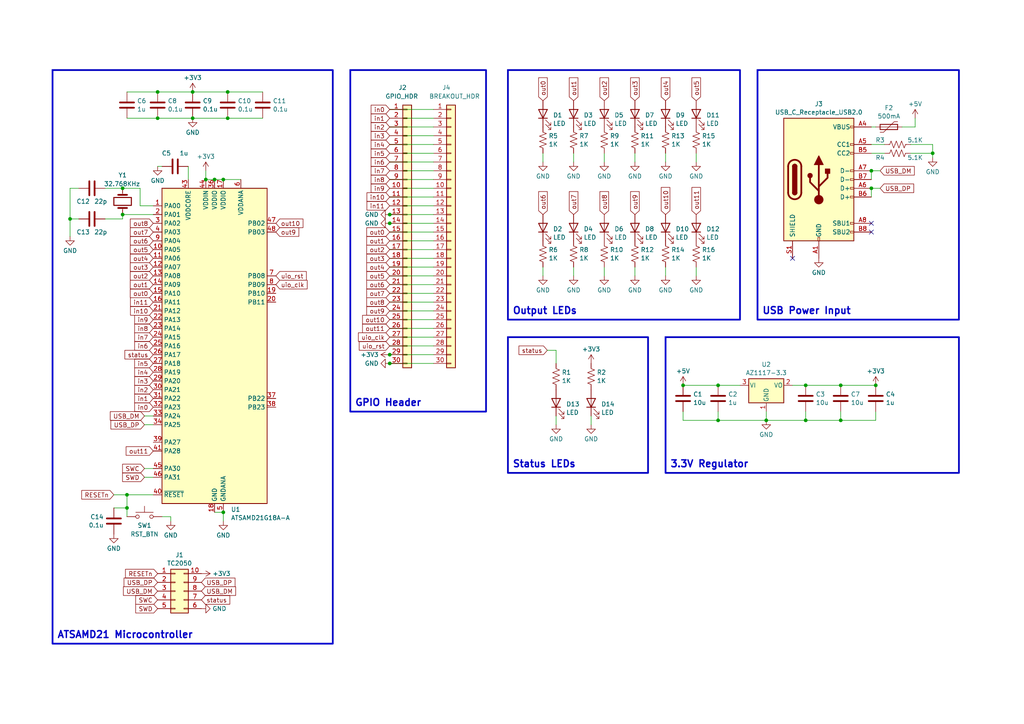
<source format=kicad_sch>
(kicad_sch (version 20230121) (generator eeschema)
  (paper "A4")
  (lib_symbols
    (symbol "Connector:USB_C_Receptacle_USB2.0" (pin_names (offset 1.016))
      (property "Reference" "J" (at -10.16 19.05 0))
      (property "Value" "USB_C_Receptacle_USB2.0" (at 19.05 19.05 0))
      (symbol "USB_C_Receptacle_USB2.0_1_1"
        (pin passive line (at 0 -22.86 90) (length 5.08) (name "GND") (number "A1"))
        (pin passive line (at 0 -22.86 90) (length 5.08) hide (name "GND") (number "A12"))
        (pin passive line (at 15.24 15.24 180) (length 5.08) (name "VBUS") (number "A4"))
        (pin bidirectional line (at 15.24 10.16 180) (length 5.08) (name "CC1") (number "A5"))
        (pin bidirectional line (at 15.24 -2.54 180) (length 5.08) (name "D+") (number "A6"))
        (pin bidirectional line (at 15.24 2.54 180) (length 5.08) (name "D-") (number "A7"))
        (pin bidirectional line (at 15.24 -12.7 180) (length 5.08) (name "SBU1") (number "A8"))
        (pin passive line (at 15.24 15.24 180) (length 5.08) hide (name "VBUS") (number "A9"))
        (pin passive line (at 0 -22.86 90) (length 5.08) hide (name "GND") (number "B1"))
        (pin passive line (at 0 -22.86 90) (length 5.08) hide (name "GND") (number "B12"))
        (pin passive line (at 15.24 15.24 180) (length 5.08) hide (name "VBUS") (number "B4"))
        (pin bidirectional line (at 15.24 7.62 180) (length 5.08) (name "CC2") (number "B5"))
        (pin bidirectional line (at 15.24 -5.08 180) (length 5.08) (name "D+") (number "B6"))
        (pin bidirectional line (at 15.24 0 180) (length 5.08) (name "D-") (number "B7"))
        (pin bidirectional line (at 15.24 -15.24 180) (length 5.08) (name "SBU2") (number "B8"))
        (pin passive line (at 15.24 15.24 180) (length 5.08) hide (name "VBUS") (number "B9"))
        (pin passive line (at -7.62 -22.86 90) (length 5.08) (name "SHIELD") (number "S1"))
      )
    )
    (symbol "Connector_Generic:Conn_01x30" (pin_names (offset 1.016) hide)
      (property "Reference" "J" (at 0 38.1 0))
      (property "Value" "Conn_01x30" (at 0 -40.64 0))
      (symbol "Conn_01x30_1_1"
        (pin passive line (at -5.08 35.56 0) (length 3.81) (name "Pin_1") (number "1"))
        (pin passive line (at -5.08 12.7 0) (length 3.81) (name "Pin_10") (number "10"))
        (pin passive line (at -5.08 10.16 0) (length 3.81) (name "Pin_11") (number "11"))
        (pin passive line (at -5.08 7.62 0) (length 3.81) (name "Pin_12") (number "12"))
        (pin passive line (at -5.08 5.08 0) (length 3.81) (name "Pin_13") (number "13"))
        (pin passive line (at -5.08 2.54 0) (length 3.81) (name "Pin_14") (number "14"))
        (pin passive line (at -5.08 0 0) (length 3.81) (name "Pin_15") (number "15"))
        (pin passive line (at -5.08 -2.54 0) (length 3.81) (name "Pin_16") (number "16"))
        (pin passive line (at -5.08 -5.08 0) (length 3.81) (name "Pin_17") (number "17"))
        (pin passive line (at -5.08 -7.62 0) (length 3.81) (name "Pin_18") (number "18"))
        (pin passive line (at -5.08 -10.16 0) (length 3.81) (name "Pin_19") (number "19"))
        (pin passive line (at -5.08 33.02 0) (length 3.81) (name "Pin_2") (number "2"))
        (pin passive line (at -5.08 -12.7 0) (length 3.81) (name "Pin_20") (number "20"))
        (pin passive line (at -5.08 -15.24 0) (length 3.81) (name "Pin_21") (number "21"))
        (pin passive line (at -5.08 -17.78 0) (length 3.81) (name "Pin_22") (number "22"))
        (pin passive line (at -5.08 -20.32 0) (length 3.81) (name "Pin_23") (number "23"))
        (pin passive line (at -5.08 -22.86 0) (length 3.81) (name "Pin_24") (number "24"))
        (pin passive line (at -5.08 -25.4 0) (length 3.81) (name "Pin_25") (number "25"))
        (pin passive line (at -5.08 -27.94 0) (length 3.81) (name "Pin_26") (number "26"))
        (pin passive line (at -5.08 -30.48 0) (length 3.81) (name "Pin_27") (number "27"))
        (pin passive line (at -5.08 -33.02 0) (length 3.81) (name "Pin_28") (number "28"))
        (pin passive line (at -5.08 -35.56 0) (length 3.81) (name "Pin_29") (number "29"))
        (pin passive line (at -5.08 30.48 0) (length 3.81) (name "Pin_3") (number "3"))
        (pin passive line (at -5.08 -38.1 0) (length 3.81) (name "Pin_30") (number "30"))
        (pin passive line (at -5.08 27.94 0) (length 3.81) (name "Pin_4") (number "4"))
        (pin passive line (at -5.08 25.4 0) (length 3.81) (name "Pin_5") (number "5"))
        (pin passive line (at -5.08 22.86 0) (length 3.81) (name "Pin_6") (number "6"))
        (pin passive line (at -5.08 20.32 0) (length 3.81) (name "Pin_7") (number "7"))
        (pin passive line (at -5.08 17.78 0) (length 3.81) (name "Pin_8") (number "8"))
        (pin passive line (at -5.08 15.24 0) (length 3.81) (name "Pin_9") (number "9"))
      )
    )
    (symbol "Connector_Generic:Conn_02x05_Counter_Clockwise" (pin_names (offset 1.016) hide)
      (property "Reference" "J" (at 1.27 7.62 0))
      (property "Value" "Conn_02x05_Counter_Clockwise" (at 1.27 -7.62 0))
      (symbol "Conn_02x05_Counter_Clockwise_1_1"
        (pin passive line (at -5.08 5.08 0) (length 3.81) (name "Pin_1") (number "1"))
        (pin passive line (at 7.62 5.08 180) (length 3.81) (name "Pin_10") (number "10"))
        (pin passive line (at -5.08 2.54 0) (length 3.81) (name "Pin_2") (number "2"))
        (pin passive line (at -5.08 0 0) (length 3.81) (name "Pin_3") (number "3"))
        (pin passive line (at -5.08 -2.54 0) (length 3.81) (name "Pin_4") (number "4"))
        (pin passive line (at -5.08 -5.08 0) (length 3.81) (name "Pin_5") (number "5"))
        (pin passive line (at 7.62 -5.08 180) (length 3.81) (name "Pin_6") (number "6"))
        (pin passive line (at 7.62 -2.54 180) (length 3.81) (name "Pin_7") (number "7"))
        (pin passive line (at 7.62 0 180) (length 3.81) (name "Pin_8") (number "8"))
        (pin passive line (at 7.62 2.54 180) (length 3.81) (name "Pin_9") (number "9"))
      )
    )
    (symbol "Device:C" (pin_numbers hide) (pin_names (offset 0.254))
      (property "Reference" "C" (at 0.635 2.54 0))
      (property "Value" "C" (at 0.635 -2.54 0))
      (symbol "C_1_1"
        (pin passive line (at 0 3.81 270) (length 2.794) (name "~") (number "1"))
        (pin passive line (at 0 -3.81 90) (length 2.794) (name "~") (number "2"))
      )
    )
    (symbol "Device:Crystal" (pin_numbers hide) (pin_names (offset 1.016) hide)
      (property "Reference" "Y" (at 0 3.81 0))
      (property "Value" "Crystal" (at 0 -3.81 0))
      (symbol "Crystal_1_1"
        (pin passive line (at -3.81 0 0) (length 1.27) (name "1") (number "1"))
        (pin passive line (at 3.81 0 180) (length 1.27) (name "2") (number "2"))
      )
    )
    (symbol "Device:LED" (pin_numbers hide) (pin_names (offset 1.016) hide)
      (property "Reference" "D" (at 0 2.54 0))
      (property "Value" "LED" (at 0 -2.54 0))
      (symbol "LED_1_1"
        (pin passive line (at -3.81 0 0) (length 2.54) (name "K") (number "1"))
        (pin passive line (at 3.81 0 180) (length 2.54) (name "A") (number "2"))
      )
    )
    (symbol "Device:Polyfuse" (pin_numbers hide) (pin_names (offset 0))
      (property "Reference" "F" (at -2.54 0 90))
      (property "Value" "Polyfuse" (at 2.54 0 90))
      (symbol "Polyfuse_1_1"
        (pin passive line (at 0 3.81 270) (length 1.27) (name "~") (number "1"))
        (pin passive line (at 0 -3.81 90) (length 1.27) (name "~") (number "2"))
      )
    )
    (symbol "Device:R_US" (pin_numbers hide) (pin_names (offset 0))
      (property "Reference" "R" (at 2.54 0 90))
      (property "Value" "R_US" (at -2.54 0 90))
      (symbol "R_US_1_1"
        (pin passive line (at 0 3.81 270) (length 1.27) (name "~") (number "1"))
        (pin passive line (at 0 -3.81 90) (length 1.27) (name "~") (number "2"))
      )
    )
    (symbol "MCU_Microchip_SAMD:ATSAMD21G18A-A"
      (property "Reference" "U" (at -13.97 46.99 0))
      (property "Value" "ATSAMD21G18A-A" (at 16.51 46.99 0))
      (symbol "ATSAMD21G18A-A_1_1"
        (pin bidirectional line (at -17.78 40.64 0) (length 2.54) (name "PA00") (number "1"))
        (pin bidirectional line (at -17.78 27.94 0) (length 2.54) (name "PA05") (number "10"))
        (pin bidirectional line (at -17.78 25.4 0) (length 2.54) (name "PA06") (number "11"))
        (pin bidirectional line (at -17.78 22.86 0) (length 2.54) (name "PA07") (number "12"))
        (pin bidirectional line (at -17.78 20.32 0) (length 2.54) (name "PA08") (number "13"))
        (pin bidirectional line (at -17.78 17.78 0) (length 2.54) (name "PA09") (number "14"))
        (pin bidirectional line (at -17.78 15.24 0) (length 2.54) (name "PA10") (number "15"))
        (pin bidirectional line (at -17.78 12.7 0) (length 2.54) (name "PA11") (number "16"))
        (pin power_in line (at 2.54 48.26 270) (length 2.54) (name "VDDIO") (number "17"))
        (pin power_in line (at 0 -48.26 90) (length 2.54) (name "GND") (number "18"))
        (pin bidirectional line (at 17.78 15.24 180) (length 2.54) (name "PB10") (number "19"))
        (pin bidirectional line (at -17.78 38.1 0) (length 2.54) (name "PA01") (number "2"))
        (pin bidirectional line (at 17.78 12.7 180) (length 2.54) (name "PB11") (number "20"))
        (pin bidirectional line (at -17.78 10.16 0) (length 2.54) (name "PA12") (number "21"))
        (pin bidirectional line (at -17.78 7.62 0) (length 2.54) (name "PA13") (number "22"))
        (pin bidirectional line (at -17.78 5.08 0) (length 2.54) (name "PA14") (number "23"))
        (pin bidirectional line (at -17.78 2.54 0) (length 2.54) (name "PA15") (number "24"))
        (pin bidirectional line (at -17.78 0 0) (length 2.54) (name "PA16") (number "25"))
        (pin bidirectional line (at -17.78 -2.54 0) (length 2.54) (name "PA17") (number "26"))
        (pin bidirectional line (at -17.78 -5.08 0) (length 2.54) (name "PA18") (number "27"))
        (pin bidirectional line (at -17.78 -7.62 0) (length 2.54) (name "PA19") (number "28"))
        (pin bidirectional line (at -17.78 -10.16 0) (length 2.54) (name "PA20") (number "29"))
        (pin bidirectional line (at -17.78 35.56 0) (length 2.54) (name "PA02") (number "3"))
        (pin bidirectional line (at -17.78 -12.7 0) (length 2.54) (name "PA21") (number "30"))
        (pin bidirectional line (at -17.78 -15.24 0) (length 2.54) (name "PA22") (number "31"))
        (pin bidirectional line (at -17.78 -17.78 0) (length 2.54) (name "PA23") (number "32"))
        (pin bidirectional line (at -17.78 -20.32 0) (length 2.54) (name "PA24") (number "33"))
        (pin bidirectional line (at -17.78 -22.86 0) (length 2.54) (name "PA25") (number "34"))
        (pin passive line (at 0 -48.26 90) (length 2.54) hide (name "GND") (number "35"))
        (pin power_in line (at 0 48.26 270) (length 2.54) (name "VDDIO") (number "36"))
        (pin bidirectional line (at 17.78 -15.24 180) (length 2.54) (name "PB22") (number "37"))
        (pin bidirectional line (at 17.78 -17.78 180) (length 2.54) (name "PB23") (number "38"))
        (pin bidirectional line (at -17.78 -27.94 0) (length 2.54) (name "PA27") (number "39"))
        (pin bidirectional line (at -17.78 33.02 0) (length 2.54) (name "PA03") (number "4"))
        (pin input line (at -17.78 -43.18 0) (length 2.54) (name "~{RESET}") (number "40"))
        (pin bidirectional line (at -17.78 -30.48 0) (length 2.54) (name "PA28") (number "41"))
        (pin passive line (at 0 -48.26 90) (length 2.54) hide (name "GND") (number "42"))
        (pin power_out line (at -7.62 48.26 270) (length 2.54) (name "VDDCORE") (number "43"))
        (pin power_in line (at -2.54 48.26 270) (length 2.54) (name "VDDIN") (number "44"))
        (pin bidirectional line (at -17.78 -35.56 0) (length 2.54) (name "PA30") (number "45"))
        (pin bidirectional line (at -17.78 -38.1 0) (length 2.54) (name "PA31") (number "46"))
        (pin bidirectional line (at 17.78 35.56 180) (length 2.54) (name "PB02") (number "47"))
        (pin bidirectional line (at 17.78 33.02 180) (length 2.54) (name "PB03") (number "48"))
        (pin power_in line (at 2.54 -48.26 90) (length 2.54) (name "GNDANA") (number "5"))
        (pin power_in line (at 7.62 48.26 270) (length 2.54) (name "VDDANA") (number "6"))
        (pin bidirectional line (at 17.78 20.32 180) (length 2.54) (name "PB08") (number "7"))
        (pin bidirectional line (at 17.78 17.78 180) (length 2.54) (name "PB09") (number "8"))
        (pin bidirectional line (at -17.78 30.48 0) (length 2.54) (name "PA04") (number "9"))
      )
    )
    (symbol "Regulator_Linear:AZ1117-3.3" (pin_names (offset 0.254))
      (property "Reference" "U" (at -3.81 3.175 0))
      (property "Value" "AZ1117-3.3" (at 0 3.175 0))
      (symbol "AZ1117-3.3_1_1"
        (pin power_in line (at 0 -7.62 90) (length 2.54) (name "GND") (number "1"))
        (pin power_out line (at 7.62 0 180) (length 2.54) (name "VO") (number "2"))
        (pin power_in line (at -7.62 0 0) (length 2.54) (name "VI") (number "3"))
      )
    )
    (symbol "Switch:SW_Push" (pin_numbers hide) (pin_names (offset 1.016) hide)
      (property "Reference" "SW" (at 1.27 2.54 0))
      (property "Value" "SW_Push" (at 0 -1.524 0))
      (symbol "SW_Push_0_1"
        (pin passive line (at -5.08 0 0) (length 2.54) (name "1") (number "1"))
        (pin passive line (at 5.08 0 180) (length 2.54) (name "2") (number "2"))
      )
    )
    (symbol "power:+3V3" (power) (pin_names (offset 0))
      (property "Value" "+3V3" (at 0 3.556 0))
      (symbol "+3V3_1_1"
        (pin power_in line (at 0 0 90) (length 0) hide (name "+3V3") (number "1"))
      )
    )
    (symbol "power:+5V" (power) (pin_names (offset 0))
      (property "Value" "+5V" (at 0 3.556 0))
      (symbol "+5V_1_1"
        (pin power_in line (at 0 0 90) (length 0) hide (name "+5V") (number "1"))
      )
    )
    (symbol "power:GND" (power) (pin_names (offset 0))
      (property "Value" "GND" (at 0 -3.81 0))
      (symbol "GND_1_1"
        (pin power_in line (at 0 0 270) (length 0) hide (name "GND") (number "1"))
      )
    )
  )
  (junction (at 243.84 121.92))
  (junction (at 35.56 62.23))
  (junction (at 113.03 62.23))
  (junction (at 233.68 121.92))
  (junction (at 113.03 102.87))
  (junction (at 254 111.76))
  (junction (at 66.04 34.29))
  (junction (at 59.69 52.07))
  (junction (at 252.73 49.53))
  (junction (at 113.03 105.41))
  (junction (at 45.72 26.67))
  (junction (at 45.72 34.29))
  (junction (at 198.12 111.76))
  (junction (at 36.83 147.32))
  (junction (at 270.51 44.45))
  (junction (at 113.03 64.77))
  (junction (at 243.84 111.76))
  (junction (at 66.04 26.67))
  (junction (at 36.83 143.51))
  (junction (at 64.77 148.59))
  (junction (at 233.68 111.76))
  (junction (at 55.88 34.29))
  (junction (at 252.73 54.61))
  (junction (at 208.28 111.76))
  (junction (at 20.32 63.5))
  (junction (at 35.56 54.61))
  (junction (at 222.25 121.92))
  (junction (at 55.88 26.67))
  (junction (at 64.77 52.07))
  (junction (at 208.28 121.92))
  (junction (at 62.23 52.07))
  (no_connect (at 252.73 64.77))
  (no_connect (at 229.87 74.93))
  (no_connect (at 252.73 67.31))
  (wire (pts (xy 208.28 119.38) (xy 208.28 121.92)))
  (wire (pts (xy 264.16 41.91) (xy 270.51 41.91)))
  (wire (pts (xy 201.93 44.45) (xy 201.93 46.99)))
  (wire (pts (xy 66.04 26.67) (xy 76.2 26.67)))
  (wire (pts (xy 175.26 44.45) (xy 175.26 46.99)))
  (wire (pts (xy 233.68 121.92) (xy 243.84 121.92)))
  (wire (pts (xy 41.91 123.19) (xy 44.45 123.19)))
  (wire (pts (xy 30.48 54.61) (xy 35.56 54.61)))
  (wire (pts (xy 252.73 49.53) (xy 255.27 49.53)))
  (wire (pts (xy 20.32 63.5) (xy 20.32 68.58)))
  (wire (pts (xy 35.56 63.5) (xy 30.48 63.5)))
  (wire (pts (xy 113.03 77.47) (xy 125.73 77.47)))
  (wire (pts (xy 252.73 36.83) (xy 254 36.83)))
  (wire (pts (xy 193.04 44.45) (xy 193.04 46.99)))
  (wire (pts (xy 54.61 48.26) (xy 54.61 52.07)))
  (wire (pts (xy 175.26 77.47) (xy 175.26 80.01)))
  (wire (pts (xy 222.25 121.92) (xy 233.68 121.92)))
  (wire (pts (xy 229.87 111.76) (xy 233.68 111.76)))
  (wire (pts (xy 35.56 62.23) (xy 35.56 63.5)))
  (wire (pts (xy 113.03 46.99) (xy 125.73 46.99)))
  (wire (pts (xy 113.03 95.25) (xy 125.73 95.25)))
  (wire (pts (xy 35.56 62.23) (xy 44.45 62.23)))
  (wire (pts (xy 166.37 44.45) (xy 166.37 46.99)))
  (wire (pts (xy 36.83 147.32) (xy 36.83 149.86)))
  (wire (pts (xy 252.73 41.91) (xy 256.54 41.91)))
  (wire (pts (xy 64.77 52.07) (xy 69.85 52.07)))
  (wire (pts (xy 44.45 59.69) (xy 40.64 59.69)))
  (wire (pts (xy 45.72 48.26) (xy 46.99 48.26)))
  (wire (pts (xy 252.73 49.53) (xy 252.73 52.07)))
  (wire (pts (xy 113.03 54.61) (xy 125.73 54.61)))
  (wire (pts (xy 113.03 52.07) (xy 125.73 52.07)))
  (wire (pts (xy 113.03 92.71) (xy 125.73 92.71)))
  (wire (pts (xy 113.03 57.15) (xy 125.73 57.15)))
  (wire (pts (xy 33.02 147.32) (xy 36.83 147.32)))
  (wire (pts (xy 41.91 135.89) (xy 44.45 135.89)))
  (wire (pts (xy 113.03 90.17) (xy 125.73 90.17)))
  (wire (pts (xy 113.03 80.01) (xy 125.73 80.01)))
  (wire (pts (xy 113.03 74.93) (xy 125.73 74.93)))
  (wire (pts (xy 208.28 111.76) (xy 214.63 111.76)))
  (wire (pts (xy 208.28 121.92) (xy 222.25 121.92)))
  (wire (pts (xy 166.37 77.47) (xy 166.37 80.01)))
  (wire (pts (xy 45.72 26.67) (xy 55.88 26.67)))
  (wire (pts (xy 193.04 77.47) (xy 193.04 80.01)))
  (wire (pts (xy 41.91 120.65) (xy 44.45 120.65)))
  (wire (pts (xy 36.83 143.51) (xy 36.83 147.32)))
  (wire (pts (xy 113.03 100.33) (xy 125.73 100.33)))
  (wire (pts (xy 62.23 52.07) (xy 64.77 52.07)))
  (wire (pts (xy 113.03 82.55) (xy 125.73 82.55)))
  (wire (pts (xy 270.51 44.45) (xy 270.51 45.72)))
  (wire (pts (xy 113.03 69.85) (xy 125.73 69.85)))
  (wire (pts (xy 59.69 52.07) (xy 62.23 52.07)))
  (wire (pts (xy 113.03 59.69) (xy 125.73 59.69)))
  (wire (pts (xy 33.02 143.51) (xy 36.83 143.51)))
  (wire (pts (xy 113.03 36.83) (xy 125.73 36.83)))
  (wire (pts (xy 171.45 120.65) (xy 171.45 123.19)))
  (wire (pts (xy 45.72 34.29) (xy 55.88 34.29)))
  (wire (pts (xy 158.75 101.6) (xy 161.29 101.6)))
  (wire (pts (xy 59.69 49.53) (xy 59.69 52.07)))
  (wire (pts (xy 113.03 62.23) (xy 125.73 62.23)))
  (wire (pts (xy 40.64 54.61) (xy 35.56 54.61)))
  (wire (pts (xy 41.91 138.43) (xy 44.45 138.43)))
  (wire (pts (xy 113.03 67.31) (xy 125.73 67.31)))
  (wire (pts (xy 222.25 121.92) (xy 222.25 119.38)))
  (wire (pts (xy 22.86 54.61) (xy 20.32 54.61)))
  (wire (pts (xy 46.99 149.86) (xy 49.53 149.86)))
  (wire (pts (xy 157.48 44.45) (xy 157.48 46.99)))
  (wire (pts (xy 113.03 31.75) (xy 125.73 31.75)))
  (wire (pts (xy 113.03 64.77) (xy 125.73 64.77)))
  (wire (pts (xy 55.88 34.29) (xy 66.04 34.29)))
  (wire (pts (xy 113.03 85.09) (xy 125.73 85.09)))
  (wire (pts (xy 49.53 149.86) (xy 49.53 151.13)))
  (wire (pts (xy 198.12 119.38) (xy 198.12 121.92)))
  (wire (pts (xy 113.03 87.63) (xy 125.73 87.63)))
  (wire (pts (xy 55.88 26.67) (xy 66.04 26.67)))
  (wire (pts (xy 198.12 111.76) (xy 208.28 111.76)))
  (wire (pts (xy 252.73 54.61) (xy 255.27 54.61)))
  (wire (pts (xy 62.23 148.59) (xy 64.77 148.59)))
  (wire (pts (xy 161.29 101.6) (xy 161.29 105.41)))
  (wire (pts (xy 261.62 36.83) (xy 265.43 36.83)))
  (wire (pts (xy 254 121.92) (xy 254 119.38)))
  (wire (pts (xy 113.03 44.45) (xy 125.73 44.45)))
  (wire (pts (xy 233.68 119.38) (xy 233.68 121.92)))
  (wire (pts (xy 161.29 120.65) (xy 161.29 123.19)))
  (wire (pts (xy 198.12 121.92) (xy 208.28 121.92)))
  (wire (pts (xy 243.84 111.76) (xy 254 111.76)))
  (wire (pts (xy 233.68 111.76) (xy 243.84 111.76)))
  (wire (pts (xy 252.73 44.45) (xy 256.54 44.45)))
  (wire (pts (xy 113.03 49.53) (xy 125.73 49.53)))
  (wire (pts (xy 184.15 44.45) (xy 184.15 46.99)))
  (wire (pts (xy 36.83 34.29) (xy 45.72 34.29)))
  (wire (pts (xy 20.32 54.61) (xy 20.32 63.5)))
  (wire (pts (xy 264.16 44.45) (xy 270.51 44.45)))
  (wire (pts (xy 201.93 77.47) (xy 201.93 80.01)))
  (wire (pts (xy 113.03 102.87) (xy 125.73 102.87)))
  (wire (pts (xy 265.43 34.29) (xy 265.43 36.83)))
  (wire (pts (xy 113.03 72.39) (xy 125.73 72.39)))
  (wire (pts (xy 243.84 121.92) (xy 254 121.92)))
  (wire (pts (xy 40.64 59.69) (xy 40.64 54.61)))
  (wire (pts (xy 113.03 105.41) (xy 125.73 105.41)))
  (wire (pts (xy 184.15 77.47) (xy 184.15 80.01)))
  (wire (pts (xy 36.83 26.67) (xy 45.72 26.67)))
  (wire (pts (xy 66.04 34.29) (xy 76.2 34.29)))
  (wire (pts (xy 64.77 148.59) (xy 64.77 151.13)))
  (wire (pts (xy 113.03 39.37) (xy 125.73 39.37)))
  (wire (pts (xy 243.84 121.92) (xy 243.84 119.38)))
  (wire (pts (xy 36.83 143.51) (xy 44.45 143.51)))
  (wire (pts (xy 113.03 41.91) (xy 125.73 41.91)))
  (wire (pts (xy 113.03 34.29) (xy 125.73 34.29)))
  (wire (pts (xy 157.48 77.47) (xy 157.48 80.01)))
  (wire (pts (xy 270.51 41.91) (xy 270.51 44.45)))
  (wire (pts (xy 20.32 63.5) (xy 22.86 63.5)))
  (wire (pts (xy 113.03 97.79) (xy 125.73 97.79)))
  (wire (pts (xy 252.73 54.61) (xy 252.73 57.15)))
  (rectangle (start 101.6 20.32) (end 140.97 119.38) (stroke (width 0.5)))
  (rectangle (start 193.04 97.79) (end 278.13 137.16) (stroke (width 0.5)))
  (rectangle (start 147.32 20.32) (end 214.63 92.71) (stroke (width 0.5)))
  (rectangle (start 15.24 20.32) (end 96.52 186.69) (stroke (width 0.5)))
  (rectangle (start 147.32 97.79) (end 187.96 137.16) (stroke (width 0.5)))
  (rectangle (start 219.71 20.32) (end 278.13 92.71) (stroke (width 0.5)))
  (text "3.3V Regulator" (at 194.31 135.89 0) (effects (font (size 2 2) (thickness 0.4) bold) (justify left bottom)))
  (text "Status LEDs" (at 148.59 135.89 0) (effects (font (size 2 2) (thickness 0.4) bold) (justify left bottom)))
  (text "Output LEDs" (at 148.59 91.44 0) (effects (font (size 2 2) (thickness 0.4) bold) (justify left bottom)))
  (text "USB Power Input" (at 220.98 91.44 0) (effects (font (size 2 2) (thickness 0.4) bold) (justify left bottom)))
  (text "ATSAMD21 Microcontroller" (at 16.51 185.42 0) (effects (font (size 2 2) (thickness 0.4) bold) (justify left bottom)))
  (text "GPIO Header" (at 102.87 118.11 0) (effects (font (size 2 2) (thickness 0.4) bold) (justify left bottom)))
  (global_label "in2" (shape input) (at 44.45 113.03 180) (property "Intersheetrefs" "${INTERSHEET_REFS}" (effects hide)))
  (global_label "status" (shape input) (at 158.75 101.6 180) (property "Intersheetrefs" "${INTERSHEET_REFS}" (effects hide)))
  (global_label "out11" (shape input) (at 113.03 95.25 180) (property "Intersheetrefs" "${INTERSHEET_REFS}" (effects hide)))
  (global_label "out10" (shape input) (at 193.04 62.23 90) (property "Intersheetrefs" "${INTERSHEET_REFS}" (effects hide)))
  (global_label "out3" (shape input) (at 184.15 29.21 90) (property "Intersheetrefs" "${INTERSHEET_REFS}" (effects hide)))
  (global_label "out0" (shape input) (at 44.45 85.09 180) (property "Intersheetrefs" "${INTERSHEET_REFS}" (effects hide)))
  (global_label "in6" (shape input) (at 44.45 100.33 180) (property "Intersheetrefs" "${INTERSHEET_REFS}" (effects hide)))
  (global_label "uio_rst" (shape input) (at 80.01 80.01 0) (property "Intersheetrefs" "${INTERSHEET_REFS}" (effects hide)))
  (global_label "SWD" (shape input) (at 41.91 138.43 180) (property "Intersheetrefs" "${INTERSHEET_REFS}" (effects hide)))
  (global_label "in11" (shape input) (at 113.03 59.69 180) (property "Intersheetrefs" "${INTERSHEET_REFS}" (effects hide)))
  (global_label "in0" (shape input) (at 113.03 31.75 180) (property "Intersheetrefs" "${INTERSHEET_REFS}" (effects hide)))
  (global_label "status" (shape input) (at 58.42 173.99 0) (property "Intersheetrefs" "${INTERSHEET_REFS}" (effects hide)))
  (global_label "out4" (shape input) (at 113.03 77.47 180) (property "Intersheetrefs" "${INTERSHEET_REFS}" (effects hide)))
  (global_label "in2" (shape input) (at 113.03 36.83 180) (property "Intersheetrefs" "${INTERSHEET_REFS}" (effects hide)))
  (global_label "in0" (shape input) (at 44.45 118.11 180) (property "Intersheetrefs" "${INTERSHEET_REFS}" (effects hide)))
  (global_label "out5" (shape input) (at 44.45 72.39 180) (property "Intersheetrefs" "${INTERSHEET_REFS}" (effects hide)))
  (global_label "in5" (shape input) (at 113.03 44.45 180) (property "Intersheetrefs" "${INTERSHEET_REFS}" (effects hide)))
  (global_label "out1" (shape input) (at 113.03 69.85 180) (property "Intersheetrefs" "${INTERSHEET_REFS}" (effects hide)))
  (global_label "out1" (shape input) (at 44.45 82.55 180) (property "Intersheetrefs" "${INTERSHEET_REFS}" (effects hide)))
  (global_label "out11" (shape input) (at 201.93 62.23 90) (property "Intersheetrefs" "${INTERSHEET_REFS}" (effects hide)))
  (global_label "USB_DM" (shape input) (at 255.27 49.53 0) (property "Intersheetrefs" "${INTERSHEET_REFS}" (effects hide)))
  (global_label "SWD" (shape input) (at 45.72 176.53 180) (property "Intersheetrefs" "${INTERSHEET_REFS}" (effects hide)))
  (global_label "out8" (shape input) (at 175.26 62.23 90) (property "Intersheetrefs" "${INTERSHEET_REFS}" (effects hide)))
  (global_label "in3" (shape input) (at 44.45 110.49 180) (property "Intersheetrefs" "${INTERSHEET_REFS}" (effects hide)))
  (global_label "in4" (shape input) (at 113.03 41.91 180) (property "Intersheetrefs" "${INTERSHEET_REFS}" (effects hide)))
  (global_label "out6" (shape input) (at 113.03 82.55 180) (property "Intersheetrefs" "${INTERSHEET_REFS}" (effects hide)))
  (global_label "out5" (shape input) (at 113.03 80.01 180) (property "Intersheetrefs" "${INTERSHEET_REFS}" (effects hide)))
  (global_label "out4" (shape input) (at 44.45 74.93 180) (property "Intersheetrefs" "${INTERSHEET_REFS}" (effects hide)))
  (global_label "status" (shape input) (at 44.45 102.87 180) (property "Intersheetrefs" "${INTERSHEET_REFS}" (effects hide)))
  (global_label "SWC" (shape input) (at 41.91 135.89 180) (property "Intersheetrefs" "${INTERSHEET_REFS}" (effects hide)))
  (global_label "out0" (shape input) (at 157.48 29.21 90) (property "Intersheetrefs" "${INTERSHEET_REFS}" (effects hide)))
  (global_label "USB_DP" (shape input) (at 41.91 123.19 180) (property "Intersheetrefs" "${INTERSHEET_REFS}" (effects hide)))
  (global_label "in8" (shape input) (at 113.03 52.07 180) (property "Intersheetrefs" "${INTERSHEET_REFS}" (effects hide)))
  (global_label "in10" (shape input) (at 113.03 57.15 180) (property "Intersheetrefs" "${INTERSHEET_REFS}" (effects hide)))
  (global_label "out10" (shape input) (at 80.01 64.77 0) (property "Intersheetrefs" "${INTERSHEET_REFS}" (effects hide)))
  (global_label "uio_rst" (shape input) (at 113.03 100.33 180) (property "Intersheetrefs" "${INTERSHEET_REFS}" (effects hide)))
  (global_label "RESETn" (shape input) (at 45.72 166.37 180) (property "Intersheetrefs" "${INTERSHEET_REFS}" (effects hide)))
  (global_label "in1" (shape input) (at 44.45 115.57 180) (property "Intersheetrefs" "${INTERSHEET_REFS}" (effects hide)))
  (global_label "out1" (shape input) (at 166.37 29.21 90) (property "Intersheetrefs" "${INTERSHEET_REFS}" (effects hide)))
  (global_label "out3" (shape input) (at 44.45 77.47 180) (property "Intersheetrefs" "${INTERSHEET_REFS}" (effects hide)))
  (global_label "out8" (shape input) (at 44.45 64.77 180) (property "Intersheetrefs" "${INTERSHEET_REFS}" (effects hide)))
  (global_label "out9" (shape input) (at 80.01 67.31 0) (property "Intersheetrefs" "${INTERSHEET_REFS}" (effects hide)))
  (global_label "out0" (shape input) (at 113.03 67.31 180) (property "Intersheetrefs" "${INTERSHEET_REFS}" (effects hide)))
  (global_label "out5" (shape input) (at 201.93 29.21 90) (property "Intersheetrefs" "${INTERSHEET_REFS}" (effects hide)))
  (global_label "in8" (shape input) (at 44.45 95.25 180) (property "Intersheetrefs" "${INTERSHEET_REFS}" (effects hide)))
  (global_label "uio_clk" (shape input) (at 80.01 82.55 0) (property "Intersheetrefs" "${INTERSHEET_REFS}" (effects hide)))
  (global_label "out8" (shape input) (at 113.03 87.63 180) (property "Intersheetrefs" "${INTERSHEET_REFS}" (effects hide)))
  (global_label "out7" (shape input) (at 113.03 85.09 180) (property "Intersheetrefs" "${INTERSHEET_REFS}" (effects hide)))
  (global_label "out9" (shape input) (at 184.15 62.23 90) (property "Intersheetrefs" "${INTERSHEET_REFS}" (effects hide)))
  (global_label "out3" (shape input) (at 113.03 74.93 180) (property "Intersheetrefs" "${INTERSHEET_REFS}" (effects hide)))
  (global_label "in1" (shape input) (at 113.03 34.29 180) (property "Intersheetrefs" "${INTERSHEET_REFS}" (effects hide)))
  (global_label "out10" (shape input) (at 113.03 92.71 180) (property "Intersheetrefs" "${INTERSHEET_REFS}" (effects hide)))
  (global_label "USB_DP" (shape input) (at 255.27 54.61 0) (property "Intersheetrefs" "${INTERSHEET_REFS}" (effects hide)))
  (global_label "USB_DP" (shape input) (at 58.42 168.91 0) (property "Intersheetrefs" "${INTERSHEET_REFS}" (effects hide)))
  (global_label "out6" (shape input) (at 44.45 69.85 180) (property "Intersheetrefs" "${INTERSHEET_REFS}" (effects hide)))
  (global_label "USB_DM" (shape input) (at 41.91 120.65 180) (property "Intersheetrefs" "${INTERSHEET_REFS}" (effects hide)))
  (global_label "out6" (shape input) (at 157.48 62.23 90) (property "Intersheetrefs" "${INTERSHEET_REFS}" (effects hide)))
  (global_label "out2" (shape input) (at 113.03 72.39 180) (property "Intersheetrefs" "${INTERSHEET_REFS}" (effects hide)))
  (global_label "USB_DM" (shape input) (at 58.42 171.45 0) (property "Intersheetrefs" "${INTERSHEET_REFS}" (effects hide)))
  (global_label "out4" (shape input) (at 193.04 29.21 90) (property "Intersheetrefs" "${INTERSHEET_REFS}" (effects hide)))
  (global_label "uio_clk" (shape input) (at 113.03 97.79 180) (property "Intersheetrefs" "${INTERSHEET_REFS}" (effects hide)))
  (global_label "in6" (shape input) (at 113.03 46.99 180) (property "Intersheetrefs" "${INTERSHEET_REFS}" (effects hide)))
  (global_label "out7" (shape input) (at 166.37 62.23 90) (property "Intersheetrefs" "${INTERSHEET_REFS}" (effects hide)))
  (global_label "out7" (shape input) (at 44.45 67.31 180) (property "Intersheetrefs" "${INTERSHEET_REFS}" (effects hide)))
  (global_label "in3" (shape input) (at 113.03 39.37 180) (property "Intersheetrefs" "${INTERSHEET_REFS}" (effects hide)))
  (global_label "in5" (shape input) (at 44.45 105.41 180) (property "Intersheetrefs" "${INTERSHEET_REFS}" (effects hide)))
  (global_label "in7" (shape input) (at 113.03 49.53 180) (property "Intersheetrefs" "${INTERSHEET_REFS}" (effects hide)))
  (global_label "in9" (shape input) (at 44.45 92.71 180) (property "Intersheetrefs" "${INTERSHEET_REFS}" (effects hide)))
  (global_label "in9" (shape input) (at 113.03 54.61 180) (property "Intersheetrefs" "${INTERSHEET_REFS}" (effects hide)))
  (global_label "SWC" (shape input) (at 45.72 173.99 180) (property "Intersheetrefs" "${INTERSHEET_REFS}" (effects hide)))
  (global_label "RESETn" (shape input) (at 33.02 143.51 180) (property "Intersheetrefs" "${INTERSHEET_REFS}" (effects hide)))
  (global_label "out2" (shape input) (at 175.26 29.21 90) (property "Intersheetrefs" "${INTERSHEET_REFS}" (effects hide)))
  (global_label "USB_DP" (shape input) (at 45.72 168.91 180) (property "Intersheetrefs" "${INTERSHEET_REFS}" (effects hide)))
  (global_label "out11" (shape input) (at 44.45 130.81 180) (property "Intersheetrefs" "${INTERSHEET_REFS}" (effects hide)))
  (global_label "in7" (shape input) (at 44.45 97.79 180) (property "Intersheetrefs" "${INTERSHEET_REFS}" (effects hide)))
  (global_label "out2" (shape input) (at 44.45 80.01 180) (property "Intersheetrefs" "${INTERSHEET_REFS}" (effects hide)))
  (global_label "in4" (shape input) (at 44.45 107.95 180) (property "Intersheetrefs" "${INTERSHEET_REFS}" (effects hide)))
  (global_label "in10" (shape input) (at 44.45 90.17 180) (property "Intersheetrefs" "${INTERSHEET_REFS}" (effects hide)))
  (global_label "USB_DM" (shape input) (at 45.72 171.45 180) (property "Intersheetrefs" "${INTERSHEET_REFS}" (effects hide)))
  (global_label "out9" (shape input) (at 113.03 90.17 180) (property "Intersheetrefs" "${INTERSHEET_REFS}" (effects hide)))
  (global_label "in11" (shape input) (at 44.45 87.63 180) (property "Intersheetrefs" "${INTERSHEET_REFS}" (effects hide)))
  (symbol (lib_id "power:GND") (at 201.93 46.99 0) (mirror y) (unit 1)
    (property "Reference" "#PWR025" (effects hide))
    (property "Value" "GND" (at 201.93 51.1231 0))
  )
  (symbol (lib_id "Device:R_US") (at 157.48 73.66 0) (unit 1)
    (property "Reference" "R6" (at 159.131 72.4479 0) (effects (justify left)))
    (property "Value" "1K" (at 159.131 74.8721 0) (effects (justify left)))
    (property "Footprint" "Resistor_SMD:R_0805_2012Metric" (effects hide))
    (property "LCSC" "C17513" (effects hide))
  )
  (symbol (lib_id "power:GND") (at 166.37 46.99 0) (mirror y) (unit 1)
    (property "Reference" "#PWR017" (effects hide))
    (property "Value" "GND" (at 166.37 51.1231 0))
  )
  (symbol (lib_id "Regulator_Linear:AZ1117-3.3") (at 222.25 111.76 0) (unit 1)
    (property "Reference" "U2" (at 222.25 105.7107 0))
    (property "Value" "AZ1117-3.3" (at 222.25 108.1349 0))
    (property "Footprint" "Package_TO_SOT_SMD:SOT-223-3_TabPin2" (effects hide))
    (property "Datasheet" "https://www.diodes.com/assets/Datasheets/AZ1117.pdf" (effects hide))
    (property "LCSC" "C92102" (effects hide))
  )
  (symbol (lib_id "Connector:USB_C_Receptacle_USB2.0") (at 237.49 52.07 0) (unit 1)
    (property "Reference" "J3" (at 237.49 30.1457 0))
    (property "Value" "USB_C_Receptacle_USB2.0" (at 237.49 32.5699 0))
    (property "Footprint" "Connector_USB:USB_C_Receptacle_HRO_TYPE-C-31-M-12" (effects hide))
    (property "Datasheet" "https://www.usb.org/sites/default/files/documents/usb_type-c.zip" (effects hide))
    (property "LCSC" "C165948" (effects hide))
  )
  (symbol (lib_id "power:GND") (at 270.51 45.72 0) (unit 1)
    (property "Reference" "#PWR011" (effects hide))
    (property "Value" "GND" (at 270.51 49.8531 0))
  )
  (symbol (lib_id "Device:R_US") (at 175.26 73.66 0) (unit 1)
    (property "Reference" "R10" (at 176.911 72.4479 0) (effects (justify left)))
    (property "Value" "1K" (at 176.911 74.8721 0) (effects (justify left)))
    (property "Footprint" "Resistor_SMD:R_0805_2012Metric" (effects hide))
    (property "LCSC" "C17513" (effects hide))
  )
  (symbol (lib_id "power:GND") (at 58.42 176.53 90) (unit 1)
    (property "Reference" "#PWR033" (effects hide))
    (property "Value" "GND" (at 61.595 176.53 90) (effects (justify right)))
  )
  (symbol (lib_id "Device:C") (at 55.88 30.48 0) (unit 1)
    (property "Reference" "C9" (at 58.801 29.2679 0) (effects (justify left)))
    (property "Value" "0.1u" (at 58.801 31.6921 0) (effects (justify left)))
    (property "Footprint" "Capacitor_SMD:C_0603_1608Metric" (effects hide))
    (property "LCSC" "C14663" (effects hide))
  )
  (symbol (lib_id "Device:Polyfuse") (at 257.81 36.83 270) (unit 1)
    (property "Reference" "F2" (at 257.81 31.2887 90))
    (property "Value" "500mA" (at 257.81 33.7129 90))
    (property "Footprint" "Fuse:Fuse_1206_3216Metric_Pad1.42x1.75mm_HandSolder" (effects hide))
  )
  (symbol (lib_id "Device:Crystal") (at 35.56 58.42 270) (unit 1)
    (property "Reference" "Y1" (at 36.83 50.8 90) (effects (justify right)))
    (property "Value" "32.768KHz" (at 40.64 53.34 90) (effects (justify right)))
    (property "Footprint" "Crystal:Crystal_SMD_HC49-SD" (effects hide))
    (property "LCSC" "C2838414" (effects hide))
  )
  (symbol (lib_id "power:+3V3") (at 55.88 26.67 0) (unit 1)
    (property "Reference" "#PWR030" (effects hide))
    (property "Value" "+3V3" (at 55.88 22.5369 0))
  )
  (symbol (lib_id "power:GND") (at 49.53 151.13 0) (mirror y) (unit 1)
    (property "Reference" "#PWR034" (effects hide))
    (property "Value" "GND" (at 49.53 155.2631 0))
  )
  (symbol (lib_id "power:GND") (at 113.03 62.23 270) (unit 1)
    (property "Reference" "#PWR04" (effects hide))
    (property "Value" "GND" (at 109.8551 62.23 90) (effects (justify right)))
  )
  (symbol (lib_id "Connector_Generic:Conn_01x30") (at 130.81 67.31 0) (unit 1)
    (property "Reference" "J4" (at 128.27 25.4 0) (effects (justify left)))
    (property "Value" "BREAKOUT_HDR" (at 124.46 27.94 0) (effects (justify left)))
    (property "Footprint" "Connector_PinHeader_2.54mm:PinHeader_1x30_P2.54mm_Vertical" (effects hide))
  )
  (symbol (lib_id "Device:LED") (at 171.45 116.84 90) (unit 1)
    (property "Reference" "D14" (at 174.371 117.2154 90) (effects (justify right)))
    (property "Value" "LED" (at 174.371 119.6396 90) (effects (justify right)))
    (property "Footprint" "LED_SMD:LED_0805_2012Metric" (effects hide))
    (property "LCSC" "C98221" (effects hide))
  )
  (symbol (lib_id "power:GND") (at 237.49 74.93 0) (unit 1)
    (property "Reference" "#PWR09" (effects hide))
    (property "Value" "GND" (at 237.49 79.0631 0))
  )
  (symbol (lib_id "Device:R_US") (at 166.37 40.64 0) (unit 1)
    (property "Reference" "R7" (at 168.021 39.4279 0) (effects (justify left)))
    (property "Value" "1K" (at 168.021 41.8521 0) (effects (justify left)))
    (property "Footprint" "Resistor_SMD:R_0805_2012Metric" (effects hide))
    (property "LCSC" "C17513" (effects hide))
  )
  (symbol (lib_id "Device:C") (at 26.67 63.5 90) (mirror x) (unit 1)
    (property "Reference" "C13" (at 24.13 67.31 90))
    (property "Value" "22p" (at 29.21 67.31 90))
    (property "Footprint" "Capacitor_SMD:C_0603_1608Metric" (effects hide))
    (property "LCSC" "C1653" (effects hide))
  )
  (symbol (lib_id "Device:C") (at 33.02 151.13 0) (mirror y) (unit 1)
    (property "Reference" "C14" (at 30.099 149.9179 0) (effects (justify left)))
    (property "Value" "0.1u" (at 30.099 152.3421 0) (effects (justify left)))
    (property "Footprint" "Capacitor_SMD:C_0603_1608Metric" (effects hide))
    (property "LCSC" "C14663" (effects hide))
  )
  (symbol (lib_id "Device:R_US") (at 201.93 73.66 0) (unit 1)
    (property "Reference" "R16" (at 203.581 72.4479 0) (effects (justify left)))
    (property "Value" "1K" (at 203.581 74.8721 0) (effects (justify left)))
    (property "Footprint" "Resistor_SMD:R_0805_2012Metric" (effects hide))
    (property "LCSC" "C17513" (effects hide))
  )
  (symbol (lib_id "power:GND") (at 184.15 80.01 0) (mirror y) (unit 1)
    (property "Reference" "#PWR022" (effects hide))
    (property "Value" "GND" (at 184.15 84.1431 0))
  )
  (symbol (lib_id "Device:LED") (at 157.48 66.04 90) (unit 1)
    (property "Reference" "D2" (at 160.401 66.4154 90) (effects (justify right)))
    (property "Value" "LED" (at 160.401 68.8396 90) (effects (justify right)))
    (property "Footprint" "LED_SMD:LED_0805_2012Metric" (effects hide))
    (property "LCSC" "C98221" (effects hide))
  )
  (symbol (lib_id "Device:C") (at 243.84 115.57 0) (unit 1)
    (property "Reference" "C7" (at 246.761 114.3579 0) (effects (justify left)))
    (property "Value" "10u" (at 246.761 116.7821 0) (effects (justify left)))
    (property "Footprint" "Capacitor_SMD:C_0603_1608Metric" (effects hide))
    (property "LCSC" "C19702" (effects hide))
  )
  (symbol (lib_id "power:+3V3") (at 58.42 166.37 270) (unit 1)
    (property "Reference" "#PWR032" (effects hide))
    (property "Value" "+3V3" (at 61.595 166.37 90) (effects (justify left)))
  )
  (symbol (lib_id "Device:R_US") (at 166.37 73.66 0) (unit 1)
    (property "Reference" "R8" (at 168.021 72.4479 0) (effects (justify left)))
    (property "Value" "1K" (at 168.021 74.8721 0) (effects (justify left)))
    (property "Footprint" "Resistor_SMD:R_0805_2012Metric" (effects hide))
    (property "LCSC" "C17513" (effects hide))
  )
  (symbol (lib_id "Connector_Generic:Conn_01x30") (at 118.11 67.31 0) (unit 1)
    (property "Reference" "J2" (at 115.57 25.4 0) (effects (justify left)))
    (property "Value" "GPIO_HDR" (at 111.76 27.94 0) (effects (justify left)))
    (property "Footprint" "Connector_PinHeader_2.54mm:PinHeader_1x30_P2.54mm_Vertical" (effects hide))
  )
  (symbol (lib_id "Device:LED") (at 184.15 33.02 90) (unit 1)
    (property "Reference" "D7" (at 187.071 33.3954 90) (effects (justify right)))
    (property "Value" "LED" (at 187.071 35.8196 90) (effects (justify right)))
    (property "Footprint" "LED_SMD:LED_0805_2012Metric" (effects hide))
    (property "LCSC" "C98221" (effects hide))
  )
  (symbol (lib_id "power:GND") (at 171.45 123.19 0) (mirror y) (unit 1)
    (property "Reference" "#PWR02" (effects hide))
    (property "Value" "GND" (at 171.45 127.3231 0))
  )
  (symbol (lib_id "power:GND") (at 20.32 68.58 0) (mirror y) (unit 1)
    (property "Reference" "#PWR031" (effects hide))
    (property "Value" "GND" (at 20.32 72.7131 0))
  )
  (symbol (lib_id "Device:LED") (at 193.04 33.02 90) (unit 1)
    (property "Reference" "D9" (at 195.961 33.3954 90) (effects (justify right)))
    (property "Value" "LED" (at 195.961 35.8196 90) (effects (justify right)))
    (property "Footprint" "LED_SMD:LED_0805_2012Metric" (effects hide))
    (property "LCSC" "C98221" (effects hide))
  )
  (symbol (lib_id "power:GND") (at 161.29 123.19 0) (mirror y) (unit 1)
    (property "Reference" "#PWR01" (effects hide))
    (property "Value" "GND" (at 161.29 127.3231 0))
  )
  (symbol (lib_id "power:GND") (at 64.77 151.13 0) (mirror y) (unit 1)
    (property "Reference" "#PWR08" (effects hide))
    (property "Value" "GND" (at 64.77 155.2631 0))
  )
  (symbol (lib_id "Device:R_US") (at 193.04 40.64 0) (unit 1)
    (property "Reference" "R13" (at 194.691 39.4279 0) (effects (justify left)))
    (property "Value" "1K" (at 194.691 41.8521 0) (effects (justify left)))
    (property "Footprint" "Resistor_SMD:R_0805_2012Metric" (effects hide))
    (property "LCSC" "C17513" (effects hide))
  )
  (symbol (lib_id "power:GND") (at 193.04 46.99 0) (mirror y) (unit 1)
    (property "Reference" "#PWR023" (effects hide))
    (property "Value" "GND" (at 193.04 51.1231 0))
  )
  (symbol (lib_id "Device:R_US") (at 184.15 73.66 0) (unit 1)
    (property "Reference" "R12" (at 185.801 72.4479 0) (effects (justify left)))
    (property "Value" "1K" (at 185.801 74.8721 0) (effects (justify left)))
    (property "Footprint" "Resistor_SMD:R_0805_2012Metric" (effects hide))
    (property "LCSC" "C17513" (effects hide))
  )
  (symbol (lib_id "power:GND") (at 33.02 154.94 0) (mirror y) (unit 1)
    (property "Reference" "#PWR035" (effects hide))
    (property "Value" "GND" (at 33.02 159.0731 0))
  )
  (symbol (lib_id "power:GND") (at 45.72 48.26 0) (mirror y) (unit 1)
    (property "Reference" "#PWR027" (effects hide))
    (property "Value" "GND" (at 45.72 52.3931 0))
  )
  (symbol (lib_id "Device:R_US") (at 193.04 73.66 0) (unit 1)
    (property "Reference" "R14" (at 194.691 72.4479 0) (effects (justify left)))
    (property "Value" "1K" (at 194.691 74.8721 0) (effects (justify left)))
    (property "Footprint" "Resistor_SMD:R_0805_2012Metric" (effects hide))
    (property "LCSC" "C17513" (effects hide))
  )
  (symbol (lib_id "power:GND") (at 184.15 46.99 0) (mirror y) (unit 1)
    (property "Reference" "#PWR021" (effects hide))
    (property "Value" "GND" (at 184.15 51.1231 0))
  )
  (symbol (lib_id "Device:R_US") (at 260.35 44.45 270) (unit 1)
    (property "Reference" "R4" (at 255.27 45.72 90))
    (property "Value" "5.1K" (at 265.43 45.72 90))
    (property "Footprint" "Resistor_SMD:R_0805_2012Metric" (effects hide))
    (property "LCSC" "C17513" (effects hide))
  )
  (symbol (lib_id "Device:R_US") (at 184.15 40.64 0) (unit 1)
    (property "Reference" "R11" (at 185.801 39.4279 0) (effects (justify left)))
    (property "Value" "1K" (at 185.801 41.8521 0) (effects (justify left)))
    (property "Footprint" "Resistor_SMD:R_0805_2012Metric" (effects hide))
    (property "LCSC" "C17513" (effects hide))
  )
  (symbol (lib_id "Device:C") (at 198.12 115.57 0) (unit 1)
    (property "Reference" "C1" (at 201.041 114.3579 0) (effects (justify left)))
    (property "Value" "10u" (at 201.041 116.7821 0) (effects (justify left)))
    (property "Footprint" "Capacitor_SMD:C_0603_1608Metric" (effects hide))
    (property "LCSC" "C19702" (effects hide))
  )
  (symbol (lib_id "power:+3V3") (at 254 111.76 0) (unit 1)
    (property "Reference" "#PWR014" (effects hide))
    (property "Value" "+3V3" (at 254 107.6269 0))
  )
  (symbol (lib_id "Device:R_US") (at 175.26 40.64 0) (unit 1)
    (property "Reference" "R9" (at 176.911 39.4279 0) (effects (justify left)))
    (property "Value" "1K" (at 176.911 41.8521 0) (effects (justify left)))
    (property "Footprint" "Resistor_SMD:R_0805_2012Metric" (effects hide))
    (property "LCSC" "C17513" (effects hide))
  )
  (symbol (lib_id "Device:R_US") (at 161.29 109.22 0) (unit 1)
    (property "Reference" "R1" (at 162.941 108.0079 0) (effects (justify left)))
    (property "Value" "1K" (at 162.941 110.4321 0) (effects (justify left)))
    (property "Footprint" "Resistor_SMD:R_0805_2012Metric" (effects hide))
    (property "LCSC" "C17513" (effects hide))
  )
  (symbol (lib_id "power:GND") (at 166.37 80.01 0) (mirror y) (unit 1)
    (property "Reference" "#PWR018" (effects hide))
    (property "Value" "GND" (at 166.37 84.1431 0))
  )
  (symbol (lib_id "power:+5V") (at 198.12 111.76 0) (unit 1)
    (property "Reference" "#PWR012" (effects hide))
    (property "Value" "+5V" (at 198.12 107.6269 0))
  )
  (symbol (lib_id "Device:C") (at 36.83 30.48 0) (unit 1)
    (property "Reference" "C6" (at 39.751 29.2679 0) (effects (justify left)))
    (property "Value" "1u" (at 39.751 31.6921 0) (effects (justify left)))
    (property "Footprint" "Capacitor_SMD:C_0603_1608Metric" (effects hide))
    (property "LCSC" "C15849" (effects hide))
  )
  (symbol (lib_id "power:GND") (at 55.88 34.29 0) (mirror y) (unit 1)
    (property "Reference" "#PWR028" (effects hide))
    (property "Value" "GND" (at 55.88 38.4231 0))
  )
  (symbol (lib_id "Connector_Generic:Conn_02x05_Counter_Clockwise") (at 50.8 171.45 0) (unit 1)
    (property "Reference" "J1" (at 52.07 160.9557 0))
    (property "Value" "TC2050" (at 52.07 163.3799 0))
    (property "Footprint" "Connector:Tag-Connect_TC2050-IDC-FP_2x05_P1.27mm_Vertical" (effects hide))
  )
  (symbol (lib_id "power:GND") (at 222.25 121.92 0) (unit 1)
    (property "Reference" "#PWR013" (effects hide))
    (property "Value" "GND" (at 222.25 126.0531 0))
  )
  (symbol (lib_id "Device:R_US") (at 171.45 109.22 0) (unit 1)
    (property "Reference" "R2" (at 173.101 108.0079 0) (effects (justify left)))
    (property "Value" "1K" (at 173.101 110.4321 0) (effects (justify left)))
    (property "Footprint" "Resistor_SMD:R_0805_2012Metric" (effects hide))
    (property "LCSC" "C17513" (effects hide))
  )
  (symbol (lib_id "Device:LED") (at 161.29 116.84 90) (unit 1)
    (property "Reference" "D13" (at 164.211 117.2154 90) (effects (justify right)))
    (property "Value" "LED" (at 164.211 119.6396 90) (effects (justify right)))
    (property "Footprint" "LED_SMD:LED_0805_2012Metric" (effects hide))
    (property "LCSC" "C98221" (effects hide))
  )
  (symbol (lib_id "Device:C") (at 26.67 54.61 90) (mirror x) (unit 1)
    (property "Reference" "C12" (at 24.13 58.42 90))
    (property "Value" "22p" (at 29.21 58.42 90))
    (property "Footprint" "Capacitor_SMD:C_0603_1608Metric" (effects hide))
    (property "LCSC" "C1653" (effects hide))
  )
  (symbol (lib_id "power:GND") (at 113.03 105.41 270) (unit 1)
    (property "Reference" "#PWR07" (effects hide))
    (property "Value" "GND" (at 109.8551 105.41 90) (effects (justify right)))
  )
  (symbol (lib_id "Device:LED") (at 157.48 33.02 90) (unit 1)
    (property "Reference" "D1" (at 160.401 33.3954 90) (effects (justify right)))
    (property "Value" "LED" (at 160.401 35.8196 90) (effects (justify right)))
    (property "Footprint" "LED_SMD:LED_0805_2012Metric" (effects hide))
    (property "LCSC" "C98221" (effects hide))
  )
  (symbol (lib_id "Device:LED") (at 166.37 66.04 90) (unit 1)
    (property "Reference" "D4" (at 169.291 66.4154 90) (effects (justify right)))
    (property "Value" "LED" (at 169.291 68.8396 90) (effects (justify right)))
    (property "Footprint" "LED_SMD:LED_0805_2012Metric" (effects hide))
    (property "LCSC" "C98221" (effects hide))
  )
  (symbol (lib_id "power:+3V3") (at 113.03 102.87 90) (unit 1)
    (property "Reference" "#PWR06" (effects hide))
    (property "Value" "+3V3" (at 109.855 102.87 90) (effects (justify left)))
  )
  (symbol (lib_id "MCU_Microchip_SAMD:ATSAMD21G18A-A") (at 62.23 100.33 0) (unit 1)
    (property "Reference" "U1" (at 66.9641 147.7701 0) (effects (justify left)))
    (property "Value" "ATSAMD21G18A-A" (at 66.9641 150.1943 0) (effects (justify left)))
    (property "Footprint" "Package_QFP:TQFP-48_7x7mm_P0.5mm" (effects hide))
    (property "Datasheet" "http://ww1.microchip.com/downloads/en/DeviceDoc/SAM_D21_DA1_Family_Data%20Sheet_DS40001882E.pdf" (effects hide))
    (property "LCSC" "C78624" (effects hide))
  )
  (symbol (lib_id "Device:C") (at 76.2 30.48 0) (unit 1)
    (property "Reference" "C11" (at 79.121 29.2679 0) (effects (justify left)))
    (property "Value" "0.1u" (at 79.121 31.6921 0) (effects (justify left)))
    (property "Footprint" "Capacitor_SMD:C_0603_1608Metric" (effects hide))
    (property "LCSC" "C14663" (effects hide))
  )
  (symbol (lib_id "Device:R_US") (at 157.48 40.64 0) (unit 1)
    (property "Reference" "R5" (at 159.131 39.4279 0) (effects (justify left)))
    (property "Value" "1K" (at 159.131 41.8521 0) (effects (justify left)))
    (property "Footprint" "Resistor_SMD:R_0805_2012Metric" (effects hide))
    (property "LCSC" "C17513" (effects hide))
  )
  (symbol (lib_id "Switch:SW_Push") (at 41.91 149.86 0) (mirror y) (unit 1)
    (property "Reference" "SW1" (at 41.91 152.4 0))
    (property "Value" "RST_BTN" (at 41.91 154.94 0))
    (property "Footprint" "Button_Switch_SMD:SW_Push_1P1T_NO_6x6mm_H9.5mm" (effects hide))
    (property "LCSC" "C294566" (effects hide))
  )
  (symbol (lib_id "Device:C") (at 208.28 115.57 0) (unit 1)
    (property "Reference" "C2" (at 211.201 114.3579 0) (effects (justify left)))
    (property "Value" "1u" (at 211.201 116.7821 0) (effects (justify left)))
    (property "Footprint" "Capacitor_SMD:C_0603_1608Metric" (effects hide))
    (property "LCSC" "C15849" (effects hide))
  )
  (symbol (lib_id "power:GND") (at 157.48 80.01 0) (mirror y) (unit 1)
    (property "Reference" "#PWR016" (effects hide))
    (property "Value" "GND" (at 157.48 84.1431 0))
  )
  (symbol (lib_id "Device:LED") (at 193.04 66.04 90) (unit 1)
    (property "Reference" "D10" (at 195.961 66.4154 90) (effects (justify right)))
    (property "Value" "LED" (at 195.961 68.8396 90) (effects (justify right)))
    (property "Footprint" "LED_SMD:LED_0805_2012Metric" (effects hide))
    (property "LCSC" "C98221" (effects hide))
  )
  (symbol (lib_id "Device:C") (at 254 115.57 0) (unit 1)
    (property "Reference" "C4" (at 256.921 114.3579 0) (effects (justify left)))
    (property "Value" "1u" (at 256.921 116.7821 0) (effects (justify left)))
    (property "Footprint" "Capacitor_SMD:C_0603_1608Metric" (effects hide))
    (property "LCSC" "C15849" (effects hide))
  )
  (symbol (lib_id "Device:C") (at 50.8 48.26 90) (unit 1)
    (property "Reference" "C5" (at 48.26 44.45 90))
    (property "Value" "1u" (at 53.34 44.45 90))
    (property "Footprint" "Capacitor_SMD:C_0603_1608Metric" (effects hide))
    (property "LCSC" "C15849" (effects hide))
  )
  (symbol (lib_id "Device:R_US") (at 201.93 40.64 0) (unit 1)
    (property "Reference" "R15" (at 203.581 39.4279 0) (effects (justify left)))
    (property "Value" "1K" (at 203.581 41.8521 0) (effects (justify left)))
    (property "Footprint" "Resistor_SMD:R_0805_2012Metric" (effects hide))
    (property "LCSC" "C17513" (effects hide))
  )
  (symbol (lib_id "Device:C") (at 66.04 30.48 0) (unit 1)
    (property "Reference" "C10" (at 68.961 29.2679 0) (effects (justify left)))
    (property "Value" "0.1u" (at 68.961 31.6921 0) (effects (justify left)))
    (property "Footprint" "Capacitor_SMD:C_0603_1608Metric" (effects hide))
    (property "LCSC" "C14663" (effects hide))
  )
  (symbol (lib_id "power:GND") (at 201.93 80.01 0) (mirror y) (unit 1)
    (property "Reference" "#PWR026" (effects hide))
    (property "Value" "GND" (at 201.93 84.1431 0))
  )
  (symbol (lib_id "Device:LED") (at 175.26 66.04 90) (unit 1)
    (property "Reference" "D6" (at 178.181 66.4154 90) (effects (justify right)))
    (property "Value" "LED" (at 178.181 68.8396 90) (effects (justify right)))
    (property "Footprint" "LED_SMD:LED_0805_2012Metric" (effects hide))
    (property "LCSC" "C98221" (effects hide))
  )
  (symbol (lib_id "Device:LED") (at 166.37 33.02 90) (unit 1)
    (property "Reference" "D3" (at 169.291 33.3954 90) (effects (justify right)))
    (property "Value" "LED" (at 169.291 35.8196 90) (effects (justify right)))
    (property "Footprint" "LED_SMD:LED_0805_2012Metric" (effects hide))
    (property "LCSC" "C98221" (effects hide))
  )
  (symbol (lib_id "Device:LED") (at 201.93 33.02 90) (unit 1)
    (property "Reference" "D11" (at 204.851 33.3954 90) (effects (justify right)))
    (property "Value" "LED" (at 204.851 35.8196 90) (effects (justify right)))
    (property "Footprint" "LED_SMD:LED_0805_2012Metric" (effects hide))
    (property "LCSC" "C98221" (effects hide))
  )
  (symbol (lib_id "Device:C") (at 233.68 115.57 0) (unit 1)
    (property "Reference" "C3" (at 236.601 114.3579 0) (effects (justify left)))
    (property "Value" "10u" (at 236.601 116.7821 0) (effects (justify left)))
    (property "Footprint" "Capacitor_SMD:C_0603_1608Metric" (effects hide))
    (property "LCSC" "C19702" (effects hide))
  )
  (symbol (lib_id "Device:C") (at 45.72 30.48 0) (unit 1)
    (property "Reference" "C8" (at 48.641 29.2679 0) (effects (justify left)))
    (property "Value" "0.1u" (at 48.641 31.6921 0) (effects (justify left)))
    (property "Footprint" "Capacitor_SMD:C_0603_1608Metric" (effects hide))
    (property "LCSC" "C14663" (effects hide))
  )
  (symbol (lib_id "power:GND") (at 175.26 80.01 0) (mirror y) (unit 1)
    (property "Reference" "#PWR020" (effects hide))
    (property "Value" "GND" (at 175.26 84.1431 0))
  )
  (symbol (lib_id "Device:LED") (at 175.26 33.02 90) (unit 1)
    (property "Reference" "D5" (at 178.181 33.3954 90) (effects (justify right)))
    (property "Value" "LED" (at 178.181 35.8196 90) (effects (justify right)))
    (property "Footprint" "LED_SMD:LED_0805_2012Metric" (effects hide))
    (property "LCSC" "C98221" (effects hide))
  )
  (symbol (lib_id "power:GND") (at 113.03 64.77 270) (unit 1)
    (property "Reference" "#PWR05" (effects hide))
    (property "Value" "GND" (at 109.8551 64.77 90) (effects (justify right)))
  )
  (symbol (lib_id "power:GND") (at 175.26 46.99 0) (mirror y) (unit 1)
    (property "Reference" "#PWR019" (effects hide))
    (property "Value" "GND" (at 175.26 51.1231 0))
  )
  (symbol (lib_id "power:GND") (at 157.48 46.99 0) (mirror y) (unit 1)
    (property "Reference" "#PWR015" (effects hide))
    (property "Value" "GND" (at 157.48 51.1231 0))
  )
  (symbol (lib_id "power:GND") (at 193.04 80.01 0) (mirror y) (unit 1)
    (property "Reference" "#PWR024" (effects hide))
    (property "Value" "GND" (at 193.04 84.1431 0))
  )
  (symbol (lib_id "power:+5V") (at 265.43 34.29 0) (unit 1)
    (property "Reference" "#PWR010" (effects hide))
    (property "Value" "+5V" (at 265.43 30.1569 0))
  )
  (symbol (lib_id "power:+3V3") (at 59.69 49.53 0) (unit 1)
    (property "Reference" "#PWR029" (effects hide))
    (property "Value" "+3V3" (at 59.69 45.3969 0))
  )
  (symbol (lib_id "Device:LED") (at 201.93 66.04 90) (unit 1)
    (property "Reference" "D12" (at 204.851 66.4154 90) (effects (justify right)))
    (property "Value" "LED" (at 204.851 68.8396 90) (effects (justify right)))
    (property "Footprint" "LED_SMD:LED_0805_2012Metric" (effects hide))
    (property "LCSC" "C98221" (effects hide))
  )
  (symbol (lib_id "Device:LED") (at 184.15 66.04 90) (unit 1)
    (property "Reference" "D8" (at 187.071 66.4154 90) (effects (justify right)))
    (property "Value" "LED" (at 187.071 68.8396 90) (effects (justify right)))
    (property "Footprint" "LED_SMD:LED_0805_2012Metric" (effects hide))
    (property "LCSC" "C98221" (effects hide))
  )
  (symbol (lib_id "power:+3V3") (at 171.45 105.41 0) (unit 1)
    (property "Reference" "#PWR03" (effects hide))
    (property "Value" "+3V3" (at 171.45 101.2769 0))
  )
  (symbol (lib_id "Device:R_US") (at 260.35 41.91 270) (unit 1)
    (property "Reference" "R3" (at 255.27 40.64 90))
    (property "Value" "5.1K" (at 265.43 40.64 90))
    (property "Footprint" "Resistor_SMD:R_0805_2012Metric" (effects hide))
    (property "LCSC" "C17513" (effects hide))
  )
)
</source>
